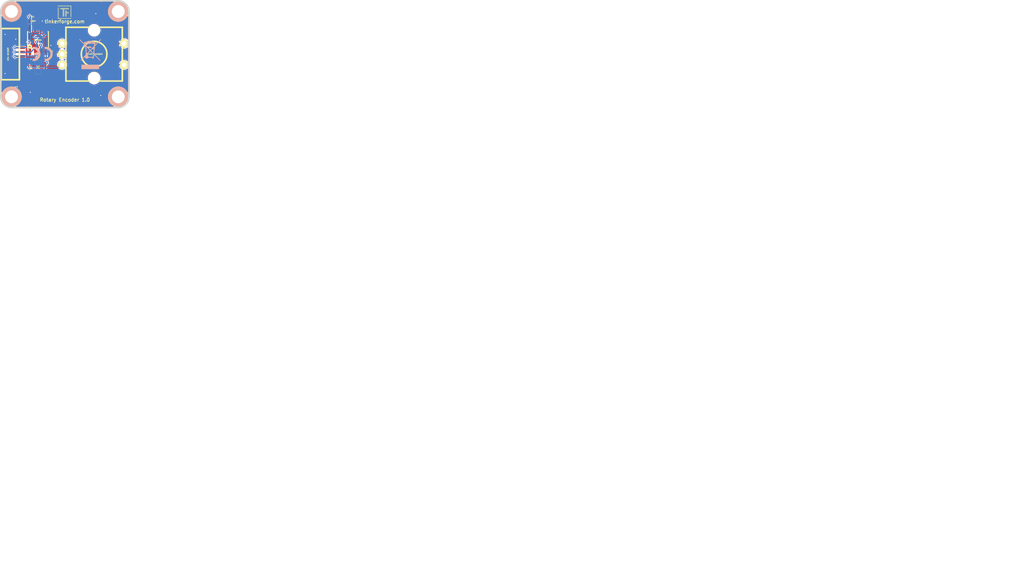
<source format=kicad_pcb>
(kicad_pcb (version 20221018) (generator pcbnew)
  (title_block (title "Rotary Encoder Bricklet") (rev "1.0") (company "Tinkerforge GmbH") (comment 1 "Licensed under CERN OHL v.1.1") (comment 2 "Copyright (©) 2013, B.Nordmeyer <bastian@tinkerforge.com>"))
  (layers (0 "F.Cu" signal "Vorderseite") (31 "B.Cu" signal "Rückseite") (34 "B.Paste" user) (35 "F.Paste" user) (36 "B.SilkS" user) (37 "F.SilkS" user) (38 "B.Mask" user) (39 "F.Mask" user) (44 "Edge.Cuts" user))
  (net 0 "")
  (net 1 "GND")
  (net 2 "N-0000011")
  (net 3 "N-0000012")
  (net 4 "N-000002")
  (net 5 "N-000005")
  (net 6 "N-000006")
  (net 7 "N-000007")
  (net 8 "VCC")
  (footprint "SOIC8" (layer "F.Cu") (at 51.6 39)
    (fp_text reference "U1" (at 3.29946 2.60096) (layer "F.SilkS") (effects (font (size 0.29972 0.29972) (thickness 0.0762))))
    (fp_text value "M24C64" (at 0 0) (layer "F.SilkS") (effects (font (size 0.29972 0.29972) (thickness 0.0762))))
    (pad "1" smd rect (at -1.90246 2.69748 180) (size 0.59944 1.5494) (layers "F.Cu" "F.Paste" "F.Mask") (net 1 "GND"))
    (pad "2" smd rect (at -0.63246 2.69748 180) (size 0.59944 1.5494) (layers "F.Cu" "F.Paste" "F.Mask") (net 1 "GND"))
    (pad "3" smd rect (at 0.63246 2.69748 180) (size 0.59944 1.5494) (layers "F.Cu" "F.Paste" "F.Mask") (net 4 "N-000002"))
    (pad "4" smd rect (at 1.90246 2.69748 180) (size 0.59944 1.5494) (layers "F.Cu" "F.Paste" "F.Mask") (net 1 "GND"))
    (pad "5" smd rect (at 1.90246 -2.69748) (size 0.59944 1.5494) (layers "F.Cu" "F.Paste" "F.Mask") (net 3 "N-0000012"))
    (pad "6" smd rect (at 0.63246 -2.69748) (size 0.59944 1.5494) (layers "F.Cu" "F.Paste" "F.Mask") (net 2 "N-0000011"))
    (pad "7" smd rect (at -0.63246 -2.69748) (size 0.59944 1.5494) (layers "F.Cu" "F.Paste" "F.Mask"))
    (pad "8" smd rect (at -1.90246 -2.69748) (size 0.59944 1.5494) (layers "F.Cu" "F.Paste" "F.Mask") (net 8 "VCC"))
  )
  (footprint "DRILL_NP" (layer "F.Cu") (at 70.4 32.3)
    (fp_text reference "U3" hide)
    (fp_text value "DRILL" hide)
    (pad "" thru_hole circle (at 0 0) (size 2.99974 2.99974) (drill 2.99974) (layers "*.Cu" "*.SilkS" "*.Mask") (clearance 0.89916))
  )
  (footprint "DRILL_NP" (layer "F.Cu") (at 45.4 52.3)
    (fp_text reference "U4" hide)
    (fp_text value "DRILL" hide)
    (pad "" thru_hole circle (at 0 0) (size 2.99974 2.99974) (drill 2.99974) (layers "*.Cu" "*.SilkS" "*.Mask") (clearance 0.89916))
  )
  (footprint "DRILL_NP" (layer "F.Cu") (at 45.4 32.3)
    (fp_text reference "U6" hide)
    (fp_text value "DRILL" hide)
    (pad "" thru_hole circle (at 0 0) (size 2.99974 2.99974) (drill 2.99974) (layers "*.Cu" "*.SilkS" "*.Mask") (clearance 0.89916))
  )
  (footprint "CON-SENSOR" (layer "F.Cu") (at 43 42.3 -90)
    (fp_text reference "P1" (at 7.9502 -3.50012 270) (layer "F.SilkS") (effects (font (size 0.59944 0.59944) (thickness 0.12446))))
    (fp_text value "CON-SENSOR" (at 0 -1.6002 270) (layer "F.SilkS") (effects (font (size 0.29972 0.29972) (thickness 0.07112))))
    (pad "1" smd rect (at -4.50088 -4.7752 270) (size 0.59944 1.5494) (layers "F.Cu" "F.Paste" "F.Mask"))
    (pad "2" smd rect (at -3.50012 -4.7752 270) (size 0.59944 1.5494) (layers "F.Cu" "F.Paste" "F.Mask") (net 1 "GND"))
    (pad "3" smd rect (at -2.49936 -4.7752 270) (size 0.59944 1.5494) (layers "F.Cu" "F.Paste" "F.Mask") (net 8 "VCC"))
    (pad "4" smd rect (at -1.50114 -4.7752 270) (size 0.59944 1.5494) (layers "F.Cu" "F.Paste" "F.Mask") (net 2 "N-0000011"))
    (pad "5" smd rect (at -0.50038 -4.7752 270) (size 0.59944 1.5494) (layers "F.Cu" "F.Paste" "F.Mask") (net 3 "N-0000012"))
    (pad "6" smd rect (at 0.50038 -4.7752 270) (size 0.59944 1.5494) (layers "F.Cu" "F.Paste" "F.Mask") (net 4 "N-000002"))
    (pad "7" smd rect (at 1.50114 -4.7752 270) (size 0.59944 1.5494) (layers "F.Cu" "F.Paste" "F.Mask") (net 7 "N-000007"))
    (pad "8" smd rect (at 2.49936 -4.7752 270) (size 0.59944 1.5494) (layers "F.Cu" "F.Paste" "F.Mask") (net 6 "N-000006"))
    (pad "9" smd rect (at 3.50012 -4.7752 270) (size 0.59944 1.5494) (layers "F.Cu" "F.Paste" "F.Mask") (net 5 "N-000005"))
    (pad "10" smd rect (at 4.50088 -4.7752 270) (size 0.59944 1.5494) (layers "F.Cu" "F.Paste" "F.Mask"))
    (pad "EP" smd rect (at -5.79882 -0.89916 270) (size 1.19888 1.80086) (layers "F.Cu" "F.Paste" "F.Mask") (net 1 "GND"))
    (pad "EP" smd rect (at 5.79882 -0.89916 270) (size 1.19888 1.80086) (layers "F.Cu" "F.Paste" "F.Mask") (net 1 "GND"))
  )
  (footprint "0603" (layer "F.Cu") (at 50.5 34.55)
    (fp_text reference "C1" (at 0 -1.00076) (layer "F.SilkS") (effects (font (size 0.29972 0.29972) (thickness 0.0762))))
    (fp_text value "100nF" (at 0 0) (layer "F.SilkS") (effects (font (size 0.29972 0.29972) (thickness 0.0762))))
    (pad "1" smd rect (at -0.8001 0) (size 0.8001 0.8001) (layers "F.Cu" "F.Paste" "F.Mask") (net 8 "VCC"))
    (pad "2" smd rect (at 0.8001 0) (size 0.8001 0.8001) (layers "F.Cu" "F.Paste" "F.Mask") (net 1 "GND"))
  )
  (footprint "4X0603" (layer "F.Cu") (at 51.6 45.4 90)
    (fp_text reference "RP1" (at 0 -1.6002 90) (layer "F.SilkS") (effects (font (size 0.29972 0.29972) (thickness 0.0762))))
    (fp_text value "10k" (at 0 0 90) (layer "F.SilkS") (effects (font (size 0.29972 0.29972) (thickness 0.0762))))
    (pad "1" smd rect (at -1.19888 -0.8509 90) (size 0.44958 0.89916) (layers "F.Cu" "F.Paste" "F.Mask") (net 5 "N-000005"))
    (pad "2" smd rect (at -0.39878 -0.8509 90) (size 0.44958 0.89916) (layers "F.Cu" "F.Paste" "F.Mask"))
    (pad "3" smd rect (at 0.39878 -0.8509 90) (size 0.44958 0.89916) (layers "F.Cu" "F.Paste" "F.Mask") (net 6 "N-000006"))
    (pad "4" smd rect (at 1.19888 -0.8509 90) (size 0.44958 0.89916) (layers "F.Cu" "F.Paste" "F.Mask") (net 7 "N-000007"))
    (pad "5" smd rect (at 1.19888 0.8509 90) (size 0.44958 0.89916) (layers "F.Cu" "F.Paste" "F.Mask") (net 8 "VCC"))
    (pad "6" smd rect (at 0.39878 0.8509 90) (size 0.44958 0.89916) (layers "F.Cu" "F.Paste" "F.Mask") (net 8 "VCC"))
    (pad "7" smd rect (at -0.39878 0.8509 90) (size 0.44958 0.89916) (layers "F.Cu" "F.Paste" "F.Mask") (net 8 "VCC"))
    (pad "8" smd rect (at -1.19888 0.8509 90) (size 0.44958 0.89916) (layers "F.Cu" "F.Paste" "F.Mask") (net 8 "VCC"))
  )
  (footprint "ROTARY_ENCODER" (layer "F.Cu") (at 64.75 42.3 180)
    (fp_text reference "U2" (at 0.15 1.35 180) (layer "F.SilkS") (effects (font (size 0.3 0.3) (thickness 0.075))))
    (fp_text value "ROTARY_ENCODER" (at 0 0 180) (layer "F.SilkS") (effects (font (size 0.3 0.3) (thickness 0.075))))
    (pad "" np_thru_hole circle (at 0 -5.6 180) (size 2.5 2.5) (drill 2.5) (layers "*.Cu" "*.Mask" "F.SilkS"))
    (pad "" np_thru_hole circle (at 0 5.6 180) (size 2.5 2.5) (drill 2.5) (layers "*.Cu" "*.Mask" "F.SilkS"))
    (pad "A" thru_hole circle (at 7.5 2.5 180) (size 2 2) (drill 1.1) (layers "*.Cu" "*.Mask" "F.SilkS") (net 7 "N-000007"))
    (pad "B" thru_hole circle (at 7.5 -2.5 180) (size 2 2) (drill 1.1) (layers "*.Cu" "*.Mask" "F.SilkS") (net 6 "N-000006"))
    (pad "C" thru_hole circle (at 7.5 0 180) (size 2 2) (drill 1.1) (layers "*.Cu" "*.Mask" "F.SilkS") (net 1 "GND"))
    (pad "SW1" thru_hole circle (at -7 -2.5 180) (size 2 2) (drill 1.1) (layers "*.Cu" "*.Mask" "F.SilkS") (net 5 "N-000005"))
    (pad "SW2" thru_hole circle (at -7 2.5 180) (size 2 2) (drill 1.1) (layers "*.Cu" "*.Mask" "F.SilkS") (net 1 "GND"))
  )
  (footprint "DRILL_NP" (layer "F.Cu") (at 70.4 52.3)
    (fp_text reference "U5" hide)
    (fp_text value "DRILL" hide)
    (pad "" thru_hole circle (at 0 0) (size 2.99974 2.99974) (drill 2.99974) (layers "*.Cu" "*.SilkS" "*.Mask") (clearance 0.89916))
  )
  (footprint "Logo_31x31" (layer "F.Cu") (at 56.25 30.9)
    (fp_text reference "G***" hide)
    (fp_text value "Logo_31x31" hide)
  )
  (footprint "Fiducial_Mark" (layer "F.Cu") (at 49.4 53.3)
    (fp_text reference "Fiducial_Mark" hide)
    (fp_text value "VAL**" hide)
    (pad "1" smd circle (at 0 0) (size 1.00076 1.00076) (layers "F.Cu" "F.Mask") (clearance 0.65024))
  )
  (footprint "Fiducial_Mark" (layer "F.Cu") (at 66.4 31.3)
    (fp_text reference "Fiducial_Mark" hide)
    (fp_text value "VAL**" hide)
    (pad "1" smd circle (at 0 0) (size 1.00076 1.00076) (layers "F.Cu" "F.Mask") (clearance 0.65024))
  )
  (footprint "WEEE_7mm" (layer "B.Cu") (at 63.8 42.3)
    (fp_text reference "VAL" hide)
    (fp_text value "WEEE_7mm" hide)
  )
  (footprint "CE_5mm" (layer "B.Cu") (at 52.65 42.25 180)
    (fp_text reference "VAL" hide)
    (fp_text value "CE_5mm" hide)
  )
  (gr_line (start 70.45 54.8) (end 45.4 54.8) (stroke (width 0.381)) (layer "Edge.Cuts"))
  (gr_arc (start 72.9 52.25) (mid 72.203122 54.032412) (end 70.45 54.8) (stroke (width 0.381)) (layer "Edge.Cuts"))
  (gr_line (start 72.9 52.25) (end 72.9 32.25) (stroke (width 0.381)) (layer "Edge.Cuts"))
  (gr_arc (start 45.4 54.8) (mid 43.632233 54.067767) (end 42.9 52.3) (stroke (width 0.381)) (layer "Edge.Cuts"))
  (gr_arc (start 70.4 29.8) (mid 72.167767 30.532233) (end 72.9 32.3) (stroke (width 0.381)) (layer "Edge.Cuts"))
  (gr_line (start 70.4 29.8) (end 45.4 29.8) (stroke (width 0.381)) (layer "Edge.Cuts"))
  (gr_line (start 42.9 32.3) (end 42.9 52.3) (stroke (width 0.381)) (layer "Edge.Cuts"))
  (gr_arc (start 42.9 32.3) (mid 43.632233 30.532233) (end 45.4 29.8) (stroke (width 0.381)) (layer "Edge.Cuts"))
  (gr_text "Rotary Encoder 1.0" (at 57.9 53) (layer "F.SilkS") (effects (font (size 0.8 0.8))))
  (gr_text "tinkerforge.com" (at 57.85 34.65) (layer "F.SilkS") (effects (font (size 0.8 0.8))))
  (segment (start 67.75 39.8) (end 65.25 42.3) (width 0.29972) (layer "F.Cu") (net 1))
  (segment (start 65.25 42.3) (end 57.25 42.3) (width 0.29972) (layer "F.Cu") (net 1))
  (segment (start 46.40012 38.79988) (end 46.4 38.8) (width 0.29972) (layer "F.Cu") (net 1))
  (segment (start 43.9 37.7) (end 43.89916 37.69916) (width 0.29972) (layer "F.Cu") (net 1))
  (segment (start 43.89916 37.69916) (end 43.89916 36.50118) (width 0.29972) (layer "F.Cu") (net 1))
  (segment (start 43.9 48.09798) (end 43.89916 48.09882) (width 0.29972) (layer "F.Cu") (net 1))
  (segment (start 53.50246 41.34754) (end 54.6 40.25) (width 0.29972) (layer "F.Cu") (net 1))
  (segment (start 52.6 34.55) (end 51.3001 34.55) (width 0.29972) (layer "F.Cu") (net 1))
  (segment (start 50.96754 42.48246) (end 49.95 43.5) (width 0.29972) (layer "F.Cu") (net 1))
  (segment (start 49.69754 43.24754) (end 49.95 43.5) (width 0.29972) (layer "F.Cu") (net 1))
  (segment (start 66.3 52) (end 65.55 51.25) (width 0.29972) (layer "F.Cu") (net 1))
  (segment (start 65.55 51.25) (end 49.8 51.25) (width 0.29972) (layer "F.Cu") (net 1))
  (segment (start 54.35 32.8) (end 65.15 32.8) (width 0.29972) (layer "F.Cu") (net 1))
  (segment (start 53.50246 41.69748) (end 53.50246 41.34754) (width 0.29972) (layer "F.Cu") (net 1))
  (segment (start 49.69754 41.69748) (end 49.69754 43.24754) (width 0.29972) (layer "F.Cu") (net 1))
  (segment (start 71.75 39.8) (end 67.75 39.8) (width 0.29972) (layer "F.Cu") (net 1))
  (segment (start 47.7752 38.79988) (end 46.40012 38.79988) (width 0.29972) (layer "F.Cu") (net 1))
  (segment (start 52.6 34.55) (end 54.35 32.8) (width 0.29972) (layer "F.Cu") (net 1))
  (segment (start 43.9 37.7) (end 43.9 46.85) (width 0.29972) (layer "F.Cu") (net 1))
  (segment (start 43.9 46.85) (end 43.9 48.09798) (width 0.29972) (layer "F.Cu") (net 1))
  (segment (start 50.96754 41.69748) (end 50.96754 42.48246) (width 0.29972) (layer "F.Cu") (net 1))
  (via (at 46.4 38.8) (size 0.70104) (drill 0.24892) (layers "F.Cu" "B.Cu") (net 1))
  (via (at 66.3 52) (size 0.70104) (drill 0.24892) (layers "F.Cu" "B.Cu") (net 1))
  (via (at 65.15 32.8) (size 0.70104) (drill 0.24892) (layers "F.Cu" "B.Cu") (net 1))
  (via (at 54.6 40.25) (size 0.70104) (drill 0.24892) (layers "F.Cu" "B.Cu") (net 1))
  (via (at 43.9 46.85) (size 0.70104) (drill 0.24892) (layers "F.Cu" "B.Cu") (net 1))
  (via (at 43.9 37.7) (size 0.70104) (drill 0.24892) (layers "F.Cu" "B.Cu") (net 1))
  (via (at 52.6 34.55) (size 0.70104) (drill 0.24892) (layers "F.Cu" "B.Cu") (net 1))
  (via (at 49.8 51.25) (size 0.70104) (drill 0.24892) (layers "F.Cu" "B.Cu") (net 1))
  (via (at 49.95 43.5) (size 0.70104) (drill 0.24892) (layers "F.Cu" "B.Cu") (net 1))
  (segment (start 45 38.8) (end 43.9 37.7) (width 0.29972) (layer "B.Cu") (net 1))
  (segment (start 54.6 40.25) (end 56.65 42.3) (width 0.29972) (layer "B.Cu") (net 1))
  (segment (start 56.65 42.3) (end 57.25 42.3) (width 0.29972) (layer "B.Cu") (net 1))
  (segment (start 54.6 36.55) (end 52.6 34.55) (width 0.29972) (layer "B.Cu") (net 1))
  (segment (start 52.6 34.3) (end 50.85 32.55) (width 0.29972) (layer "B.Cu") (net 1))
  (segment (start 50.85 32.55) (end 49.2 32.55) (width 0.29972) (layer "B.Cu") (net 1))
  (segment (start 49.2 32.55) (end 46.4 35.35) (width 0.29972) (layer "B.Cu") (net 1))
  (segment (start 46.4 35.35) (end 46.4 38.8) (width 0.29972) (layer "B.Cu") (net 1))
  (segment (start 49.95 43.5) (end 46.6 46.85) (width 0.29972) (layer "B.Cu") (net 1))
  (segment (start 46.6 46.85) (end 43.9 46.85) (width 0.29972) (layer "B.Cu") (net 1))
  (segment (start 58.3 42.3) (end 61.8 45.8) (width 0.29972) (layer "B.Cu") (net 1))
  (segment (start 61.8 45.8) (end 61.8 47.5) (width 0.29972) (layer "B.Cu") (net 1))
  (segment (start 61.8 47.5) (end 66.3 52) (width 0.29972) (layer "B.Cu") (net 1))
  (segment (start 46.4 38.8) (end 45 38.8) (width 0.29972) (layer "B.Cu") (net 1))
  (segment (start 54.6 40.25) (end 54.6 36.55) (width 0.29972) (layer "B.Cu") (net 1))
  (segment (start 52.6 34.55) (end 52.6 34.3) (width 0.29972) (layer "B.Cu") (net 1))
  (segment (start 57.25 42.3) (end 58.3 42.3) (width 0.29972) (layer "B.Cu") (net 1))
  (segment (start 46.20114 40.79886) (end 46.2 40.8) (width 0.29972) (layer "F.Cu") (net 2))
  (segment (start 51.15 38.35) (end 51.4 38.1) (width 0.29972) (layer "F.Cu") (net 2))
  (segment (start 51.4 38.1) (end 51.65 38.1) (width 0.29972) (layer "F.Cu") (net 2))
  (segment (start 51.65 38.1) (end 52.23246 37.51754) (width 0.29972) (layer "F.Cu") (net 2))
  (segment (start 52.23246 37.51754) (end 52.23246 36.30252) (width 0.29972) (layer "F.Cu") (net 2))
  (segment (start 47.7752 40.79886) (end 46.20114 40.79886) (width 0.29972) (layer "F.Cu") (net 2))
  (via (at 51.15 38.35) (size 0.70104) (drill 0.24892) (layers "F.Cu" "B.Cu") (net 2))
  (via (at 46.2 40.8) (size 0.70104) (drill 0.24892) (layers "F.Cu" "B.Cu") (net 2))
  (segment (start 46.2 40.8) (end 46.25 40.75) (width 0.29972) (layer "B.Cu") (net 2))
  (segment (start 46.25 40.75) (end 49.5 40.75) (width 0.29972) (layer "B.Cu") (net 2))
  (segment (start 49.5 40.75) (end 50.35 39.9) (width 0.29972) (layer "B.Cu") (net 2))
  (segment (start 50.35 39.9) (end 50.35 39.15) (width 0.29972) (layer "B.Cu") (net 2))
  (segment (start 50.35 39.15) (end 51.15 38.35) (width 0.29972) (layer "B.Cu") (net 2))
  (segment (start 46.20038 41.79962) (end 46.2 41.8) (width 0.29972) (layer "F.Cu") (net 3))
  (segment (start 52.2 38.55) (end 52.45 38.55) (width 0.29972) (layer "F.Cu") (net 3))
  (segment (start 52.45 38.55) (end 53.50246 37.49754) (width 0.29972) (layer "F.Cu") (net 3))
  (segment (start 53.50246 37.49754) (end 53.50246 36.30252) (width 0.29972) (layer "F.Cu") (net 3))
  (segment (start 47.7752 41.79962) (end 46.20038 41.79962) (width 0.29972) (layer "F.Cu") (net 3))
  (segment (start 51.3 39.45) (end 52.2 38.55) (width 0.29972) (layer "F.Cu") (net 3))
  (via (at 51.3 39.45) (size 0.70104) (drill 0.24892) (layers "F.Cu" "B.Cu") (net 3))
  (via (at 46.2 41.8) (size 0.70104) (drill 0.24892) (layers "F.Cu" "B.Cu") (net 3))
  (segment (start 46.2 41.8) (end 46.25 41.85) (width 0.29972) (layer "B.Cu") (net 3))
  (segment (start 46.25 41.85) (end 49.9 41.85) (width 0.29972) (layer "B.Cu") (net 3))
  (segment (start 49.9 41.85) (end 51.3 40.45) (width 0.29972) (layer "B.Cu") (net 3))
  (segment (start 51.3 40.45) (end 51.3 39.45) (width 0.29972) (layer "B.Cu") (net 3))
  (segment (start 46.20038 42.80038) (end 46.2 42.8) (width 0.29972) (layer "F.Cu") (net 4))
  (segment (start 52.2 40.2) (end 52.23246 40.23246) (width 0.29972) (layer "F.Cu") (net 4))
  (segment (start 52.23246 40.23246) (end 52.23246 41.69748) (width 0.29972) (layer "F.Cu") (net 4))
  (segment (start 47.7752 42.80038) (end 46.20038 42.80038) (width 0.29972) (layer "F.Cu") (net 4))
  (via (at 46.2 42.8) (size 0.70104) (drill 0.24892) (layers "F.Cu" "B.Cu") (net 4))
  (via (at 52.2 40.2) (size 0.70104) (drill 0.24892) (layers "F.Cu" "B.Cu") (net 4))
  (segment (start 46.2 42.8) (end 46.25 42.75) (width 0.29972) (layer "B.Cu") (net 4))
  (segment (start 46.25 42.75) (end 51 42.75) (width 0.29972) (layer "B.Cu") (net 4))
  (segment (start 51 42.75) (end 52.2 41.55) (width 0.29972) (layer "B.Cu") (net 4))
  (segment (start 52.2 41.55) (end 52.2 40.2) (width 0.29972) (layer "B.Cu") (net 4))
  (segment (start 62.5 44.8) (end 59.25 48.05) (width 0.29972) (layer "F.Cu") (net 5))
  (segment (start 59.25 48.05) (end 52 48.05) (width 0.29972) (layer "F.Cu") (net 5))
  (segment (start 52 48.05) (end 50.7491 46.7991) (width 0.29972) (layer "F.Cu") (net 5))
  (segment (start 50.7491 46.7991) (end 50.7491 46.59888) (width 0.29972) (layer "F.Cu") (net 5))
  (segment (start 49.69888 46.59888) (end 48.90012 45.80012) (width 0.29972) (layer "F.Cu") (net 5))
  (segment (start 48.90012 45.80012) (end 47.7752 45.80012) (width 0.29972) (layer "F.Cu") (net 5))
  (segment (start 50.7491 46.59888) (end 49.69888 46.59888) (width 0.29972) (layer "F.Cu") (net 5))
  (segment (start 71.75 44.8) (end 62.5 44.8) (width 0.29972) (layer "F.Cu") (net 5))
  (segment (start 49.94878 45.00122) (end 49.65 45.3) (width 0.29972) (layer "F.Cu") (net 6))
  (segment (start 49.14936 44.79936) (end 49.65 45.3) (width 0.29972) (layer "F.Cu") (net 6))
  (segment (start 47.7752 44.79936) (end 49.14936 44.79936) (width 0.29972) (layer "F.Cu") (net 6))
  (segment (start 50.7491 45.00122) (end 49.94878 45.00122) (width 0.29972) (layer "F.Cu") (net 6))
  (via (at 49.65 45.3) (size 0.70104) (drill 0.24892) (layers "F.Cu" "B.Cu") (net 6))
  (segment (start 49.65 45.3) (end 49.7 45.35) (width 0.29972) (layer "B.Cu") (net 6))
  (segment (start 49.7 45.35) (end 56.7 45.35) (width 0.29972) (layer "B.Cu") (net 6))
  (segment (start 56.7 45.35) (end 57.25 44.8) (width 0.29972) (layer "B.Cu") (net 6))
  (segment (start 49.55112 44.20112) (end 49.15114 43.80114) (width 0.29972) (layer "F.Cu") (net 7))
  (segment (start 49.15114 43.80114) (end 47.7752 43.80114) (width 0.29972) (layer "F.Cu") (net 7))
  (segment (start 56.8 39.8) (end 54.6 42) (width 0.29972) (layer "F.Cu") (net 7))
  (segment (start 54.6 42) (end 54.6 42.7) (width 0.29972) (layer "F.Cu") (net 7))
  (segment (start 54.6 42.7) (end 54.1 43.2) (width 0.29972) (layer "F.Cu") (net 7))
  (segment (start 54.1 43.2) (end 51.2 43.2) (width 0.29972) (layer "F.Cu") (net 7))
  (segment (start 51.2 43.2) (end 50.7491 43.6509) (width 0.29972) (layer "F.Cu") (net 7))
  (segment (start 50.7491 43.6509) (end 50.7491 44.20112) (width 0.29972) (layer "F.Cu") (net 7))
  (segment (start 50.7491 44.20112) (end 49.55112 44.20112) (width 0.29972) (layer "F.Cu") (net 7))
  (segment (start 57.25 39.8) (end 56.8 39.8) (width 0.29972) (layer "F.Cu") (net 7))
  (segment (start 49.14936 39.80064) (end 49.45 39.5) (width 0.29972) (layer "F.Cu") (net 8))
  (segment (start 49.65 33.55) (end 49.6999 33.5999) (width 0.29972) (layer "F.Cu") (net 8))
  (segment (start 49.6999 33.5999) (end 49.6999 34.55) (width 0.29972) (layer "F.Cu") (net 8))
  (segment (start 49.6999 36.30016) (end 49.69754 36.30252) (width 0.29972) (layer "F.Cu") (net 8))
  (segment (start 53.30112 46.59888) (end 53.4 46.5) (width 0.29972) (layer "F.Cu") (net 8))
  (segment (start 53.4 46.5) (end 53.4 45.75) (width 0.29972) (layer "F.Cu") (net 8))
  (segment (start 53.4 44.55) (end 53.05112 44.20112) (width 0.29972) (layer "F.Cu") (net 8))
  (segment (start 53.05112 44.20112) (end 52.4509 44.20112) (width 0.29972) (layer "F.Cu") (net 8))
  (segment (start 53.4 45.00122) (end 53.39878 45) (width 0.29972) (layer "F.Cu") (net 8))
  (segment (start 53.39878 45) (end 53.35 45) (width 0.29972) (layer "F.Cu") (net 8))
  (segment (start 53.35 45) (end 53.4 45) (width 0.29972) (layer "F.Cu") (net 8))
  (segment (start 53.4 45) (end 53.4 44.75) (width 0.29972) (layer "F.Cu") (net 8))
  (segment (start 53.4 45.79878) (end 53.35122 45.75) (width 0.29972) (layer "F.Cu") (net 8))
  (segment (start 53.35122 45.75) (end 53.3 45.75) (width 0.29972) (layer "F.Cu") (net 8))
  (segment (start 53.3 45.75) (end 53.4 45.75) (width 0.29972) (layer "F.Cu") (net 8))
  (segment (start 53.4 45.75) (end 53.4 45) (width 0.29972) (layer "F.Cu") (net 8))
  (segment (start 53.4 44.55) (end 53.65 44.3) (width 0.29972) (layer "F.Cu") (net 8))
  (segment (start 49.6999 34.55) (end 49.6999 36.30016) (width 0.29972) (layer "F.Cu") (net 8))
  (segment (start 47.7752 39.80064) (end 49.14936 39.80064) (width 0.29972) (layer "F.Cu") (net 8))
  (segment (start 52.4509 45.00122) (end 53.4 45.00122) (width 0.29972) (layer "F.Cu") (net 8))
  (segment (start 52.4509 45.79878) (end 53.4 45.79878) (width 0.29972) (layer "F.Cu") (net 8))
  (segment (start 52.4509 46.59888) (end 53.30112 46.59888) (width 0.29972) (layer "F.Cu") (net 8))
  (segment (start 53.4 44.75) (end 53.4 44.55) (width 0.29972) (layer "F.Cu") (net 8))
  (via (at 49.45 39.5) (size 0.70104) (drill 0.24892) (layers "F.Cu" "B.Cu") (net 8))
  (via (at 53.65 44.3) (size 0.70104) (drill 0.24892) (layers "F.Cu" "B.Cu") (net 8))
  (via (at 49.65 33.55) (size 0.70104) (drill 0.24892) (layers "F.Cu" "B.Cu") (net 8))
  (segment (start 49.45 39.5) (end 49.85 39.1) (width 0.29972) (layer "B.Cu") (net 8))
  (segment (start 49.85 39.1) (end 49.85 37.95) (width 0.29972) (layer "B.Cu") (net 8))
  (segment (start 49.85 33.75) (end 49.65 33.55) (width 0.29972) (layer "B.Cu") (net 8))
  (segment (start 53.65 44.3) (end 53.55 44.2) (width 0.29972) (layer "B.Cu") (net 8))
  (segment (start 53.55 44.2) (end 53.55 38.5) (width 0.29972) (layer "B.Cu") (net 8))
  (segment (start 53.55 38.5) (end 52.2 37.15) (width 0.29972) (layer "B.Cu") (net 8))
  (segment (start 52.2 37.15) (end 50.65 37.15) (width 0.29972) (layer "B.Cu") (net 8))
  (segment (start 50.65 37.15) (end 49.85 37.95) (width 0.29972) (layer "B.Cu") (net 8))
  (segment (start 49.85 37.95) (end 49.85 33.75) (width 0.29972) (layer "B.Cu") (net 8))
  (zone (net 1) (net_name "GND") (layer "F.Cu") (connect_pads (clearance 0.2)) (min_thickness 0.2) (fill yes (thermal_gap 0.254) (thermal_bridge_width 0.254))
    (polygon (pts (xy 72.9 54.75) (xy 42.9 54.8) (xy 42.9 29.8) (xy 72.9 29.8)))
  )
  (zone (net 1) (net_name "GND") (layer "B.Cu") (connect_pads (clearance 0.2)) (min_thickness 0.2) (fill yes (thermal_gap 0.254) (thermal_bridge_width 0.254))
    (polygon (pts (xy 72.9 29.8) (xy 72.9 54.75) (xy 42.9 54.8) (xy 42.9 29.8)))
  )
)
</source>
